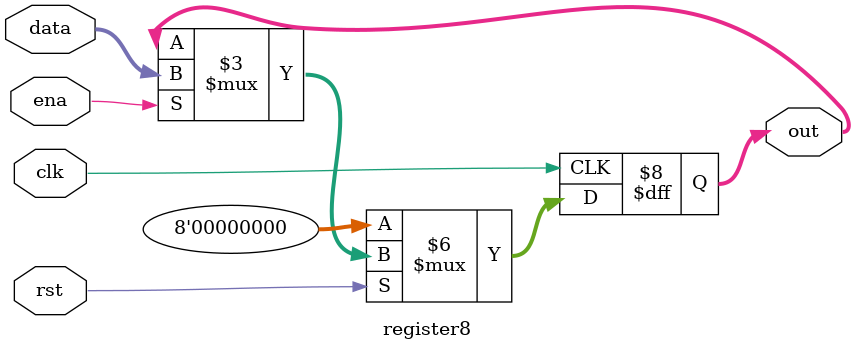
<source format=v>
module register8 (
    out,data,ena,rst,clk
);
    input [7:0] data;
    input ena,rst,clk;
    output [7:0] out;
    reg [7:0] out;
    always @(posedge clk) begin
        if(!rst)
         out<=0;
        else if(ena)
         out<=data;
    end
endmodule
</source>
